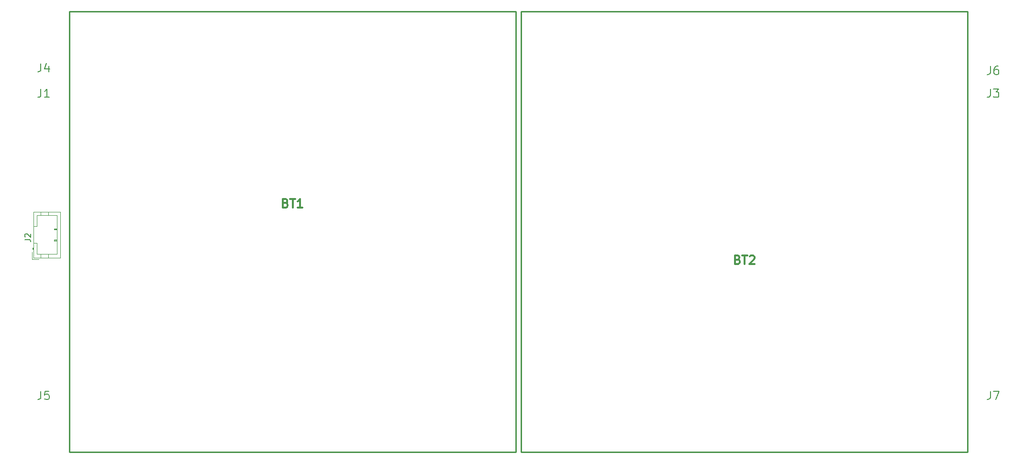
<source format=gbr>
G04 #@! TF.FileFunction,Legend,Top*
%FSLAX46Y46*%
G04 Gerber Fmt 4.6, Leading zero omitted, Abs format (unit mm)*
G04 Created by KiCad (PCBNEW 4.0.6) date 04/26/18 16:11:40*
%MOMM*%
%LPD*%
G01*
G04 APERTURE LIST*
%ADD10C,0.100000*%
%ADD11C,0.250000*%
%ADD12C,0.120000*%
%ADD13C,0.304800*%
%ADD14C,0.150000*%
G04 APERTURE END LIST*
D10*
D11*
X148500000Y-61000000D02*
X227500000Y-61000000D01*
X227500000Y-61000000D02*
X227500000Y-139000000D01*
X227500000Y-139000000D02*
X148500000Y-139000000D01*
X148500000Y-139000000D02*
X148500000Y-61000000D01*
D12*
X62200000Y-104550000D02*
X66900000Y-104550000D01*
X66900000Y-104550000D02*
X66900000Y-96450000D01*
X66900000Y-96450000D02*
X62200000Y-96450000D01*
X62200000Y-96450000D02*
X62200000Y-104550000D01*
X62200000Y-102000000D02*
X62800000Y-102000000D01*
X62800000Y-102000000D02*
X62800000Y-103950000D01*
X62800000Y-103950000D02*
X66300000Y-103950000D01*
X66300000Y-103950000D02*
X66300000Y-97050000D01*
X66300000Y-97050000D02*
X62800000Y-97050000D01*
X62800000Y-97050000D02*
X62800000Y-99000000D01*
X62800000Y-99000000D02*
X62200000Y-99000000D01*
X63500000Y-104550000D02*
X63500000Y-103950000D01*
X64800000Y-104550000D02*
X64800000Y-103950000D01*
X63500000Y-96450000D02*
X63500000Y-97050000D01*
X64800000Y-96450000D02*
X64800000Y-97050000D01*
X62200000Y-102800000D02*
X62000000Y-102800000D01*
X62000000Y-102800000D02*
X62000000Y-103100000D01*
X62000000Y-103100000D02*
X62200000Y-103100000D01*
X62100000Y-102800000D02*
X62100000Y-103100000D01*
X66300000Y-101600000D02*
X65800000Y-101600000D01*
X65800000Y-101600000D02*
X65800000Y-101400000D01*
X65800000Y-101400000D02*
X66300000Y-101400000D01*
X66300000Y-101500000D02*
X65800000Y-101500000D01*
X66300000Y-99600000D02*
X65800000Y-99600000D01*
X65800000Y-99600000D02*
X65800000Y-99400000D01*
X65800000Y-99400000D02*
X66300000Y-99400000D01*
X66300000Y-99500000D02*
X65800000Y-99500000D01*
X61900000Y-103600000D02*
X61900000Y-104850000D01*
X61900000Y-104850000D02*
X63150000Y-104850000D01*
D11*
X147500000Y-139000000D02*
X68500000Y-139000000D01*
X68500000Y-139000000D02*
X68500000Y-61000000D01*
X68500000Y-61000000D02*
X147500000Y-61000000D01*
X147500000Y-61000000D02*
X147500000Y-139000000D01*
D13*
X186802571Y-104891143D02*
X187020285Y-104963714D01*
X187092857Y-105036286D01*
X187165428Y-105181429D01*
X187165428Y-105399143D01*
X187092857Y-105544286D01*
X187020285Y-105616857D01*
X186875143Y-105689429D01*
X186294571Y-105689429D01*
X186294571Y-104165429D01*
X186802571Y-104165429D01*
X186947714Y-104238000D01*
X187020285Y-104310571D01*
X187092857Y-104455714D01*
X187092857Y-104600857D01*
X187020285Y-104746000D01*
X186947714Y-104818571D01*
X186802571Y-104891143D01*
X186294571Y-104891143D01*
X187600857Y-104165429D02*
X188471714Y-104165429D01*
X188036285Y-105689429D02*
X188036285Y-104165429D01*
X188907143Y-104310571D02*
X188979714Y-104238000D01*
X189124857Y-104165429D01*
X189487714Y-104165429D01*
X189632857Y-104238000D01*
X189705428Y-104310571D01*
X189778000Y-104455714D01*
X189778000Y-104600857D01*
X189705428Y-104818571D01*
X188834571Y-105689429D01*
X189778000Y-105689429D01*
D14*
X60652381Y-101333333D02*
X61366667Y-101333333D01*
X61509524Y-101380953D01*
X61604762Y-101476191D01*
X61652381Y-101619048D01*
X61652381Y-101714286D01*
X60747619Y-100904762D02*
X60700000Y-100857143D01*
X60652381Y-100761905D01*
X60652381Y-100523809D01*
X60700000Y-100428571D01*
X60747619Y-100380952D01*
X60842857Y-100333333D01*
X60938095Y-100333333D01*
X61080952Y-100380952D01*
X61652381Y-100952381D01*
X61652381Y-100333333D01*
D13*
X106802571Y-94891143D02*
X107020285Y-94963714D01*
X107092857Y-95036286D01*
X107165428Y-95181429D01*
X107165428Y-95399143D01*
X107092857Y-95544286D01*
X107020285Y-95616857D01*
X106875143Y-95689429D01*
X106294571Y-95689429D01*
X106294571Y-94165429D01*
X106802571Y-94165429D01*
X106947714Y-94238000D01*
X107020285Y-94310571D01*
X107092857Y-94455714D01*
X107092857Y-94600857D01*
X107020285Y-94746000D01*
X106947714Y-94818571D01*
X106802571Y-94891143D01*
X106294571Y-94891143D01*
X107600857Y-94165429D02*
X108471714Y-94165429D01*
X108036285Y-95689429D02*
X108036285Y-94165429D01*
X109778000Y-95689429D02*
X108907143Y-95689429D01*
X109342571Y-95689429D02*
X109342571Y-94165429D01*
X109197428Y-94383143D01*
X109052286Y-94528286D01*
X108907143Y-94600857D01*
D14*
X63500000Y-74678571D02*
X63500000Y-75750000D01*
X63428572Y-75964286D01*
X63285715Y-76107143D01*
X63071429Y-76178571D01*
X62928572Y-76178571D01*
X65000000Y-76178571D02*
X64142857Y-76178571D01*
X64571429Y-76178571D02*
X64571429Y-74678571D01*
X64428572Y-74892857D01*
X64285714Y-75035714D01*
X64142857Y-75107143D01*
X231500000Y-74678571D02*
X231500000Y-75750000D01*
X231428572Y-75964286D01*
X231285715Y-76107143D01*
X231071429Y-76178571D01*
X230928572Y-76178571D01*
X232071429Y-74678571D02*
X233000000Y-74678571D01*
X232500000Y-75250000D01*
X232714286Y-75250000D01*
X232857143Y-75321429D01*
X232928572Y-75392857D01*
X233000000Y-75535714D01*
X233000000Y-75892857D01*
X232928572Y-76035714D01*
X232857143Y-76107143D01*
X232714286Y-76178571D01*
X232285714Y-76178571D01*
X232142857Y-76107143D01*
X232071429Y-76035714D01*
X63500000Y-70178571D02*
X63500000Y-71250000D01*
X63428572Y-71464286D01*
X63285715Y-71607143D01*
X63071429Y-71678571D01*
X62928572Y-71678571D01*
X64857143Y-70678571D02*
X64857143Y-71678571D01*
X64500000Y-70107143D02*
X64142857Y-71178571D01*
X65071429Y-71178571D01*
X63500000Y-128178571D02*
X63500000Y-129250000D01*
X63428572Y-129464286D01*
X63285715Y-129607143D01*
X63071429Y-129678571D01*
X62928572Y-129678571D01*
X64928572Y-128178571D02*
X64214286Y-128178571D01*
X64142857Y-128892857D01*
X64214286Y-128821429D01*
X64357143Y-128750000D01*
X64714286Y-128750000D01*
X64857143Y-128821429D01*
X64928572Y-128892857D01*
X65000000Y-129035714D01*
X65000000Y-129392857D01*
X64928572Y-129535714D01*
X64857143Y-129607143D01*
X64714286Y-129678571D01*
X64357143Y-129678571D01*
X64214286Y-129607143D01*
X64142857Y-129535714D01*
X231500000Y-70678571D02*
X231500000Y-71750000D01*
X231428572Y-71964286D01*
X231285715Y-72107143D01*
X231071429Y-72178571D01*
X230928572Y-72178571D01*
X232857143Y-70678571D02*
X232571429Y-70678571D01*
X232428572Y-70750000D01*
X232357143Y-70821429D01*
X232214286Y-71035714D01*
X232142857Y-71321429D01*
X232142857Y-71892857D01*
X232214286Y-72035714D01*
X232285714Y-72107143D01*
X232428572Y-72178571D01*
X232714286Y-72178571D01*
X232857143Y-72107143D01*
X232928572Y-72035714D01*
X233000000Y-71892857D01*
X233000000Y-71535714D01*
X232928572Y-71392857D01*
X232857143Y-71321429D01*
X232714286Y-71250000D01*
X232428572Y-71250000D01*
X232285714Y-71321429D01*
X232214286Y-71392857D01*
X232142857Y-71535714D01*
X231500000Y-128178571D02*
X231500000Y-129250000D01*
X231428572Y-129464286D01*
X231285715Y-129607143D01*
X231071429Y-129678571D01*
X230928572Y-129678571D01*
X232071429Y-128178571D02*
X233071429Y-128178571D01*
X232428572Y-129678571D01*
M02*

</source>
